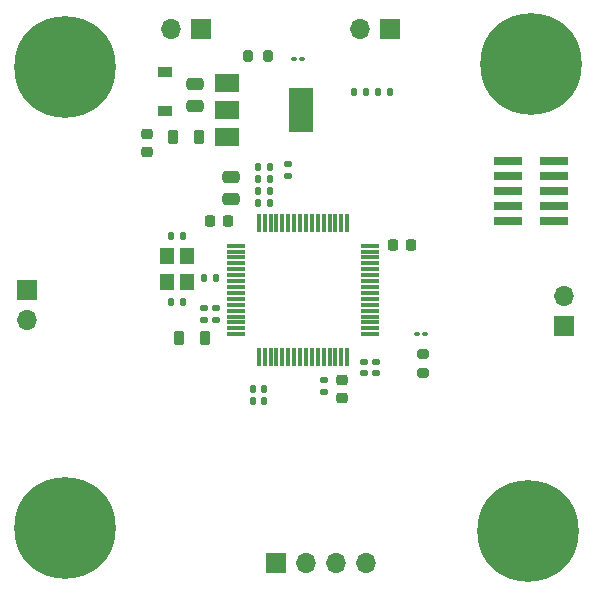
<source format=gbr>
%TF.GenerationSoftware,KiCad,Pcbnew,(6.0.1)*%
%TF.CreationDate,2022-05-08T06:10:33+05:45*%
%TF.ProjectId,STM32F4_Breakout,53544d33-3246-4345-9f42-7265616b6f75,rev?*%
%TF.SameCoordinates,Original*%
%TF.FileFunction,Soldermask,Top*%
%TF.FilePolarity,Negative*%
%FSLAX46Y46*%
G04 Gerber Fmt 4.6, Leading zero omitted, Abs format (unit mm)*
G04 Created by KiCad (PCBNEW (6.0.1)) date 2022-05-08 06:10:33*
%MOMM*%
%LPD*%
G01*
G04 APERTURE LIST*
G04 Aperture macros list*
%AMRoundRect*
0 Rectangle with rounded corners*
0 $1 Rounding radius*
0 $2 $3 $4 $5 $6 $7 $8 $9 X,Y pos of 4 corners*
0 Add a 4 corners polygon primitive as box body*
4,1,4,$2,$3,$4,$5,$6,$7,$8,$9,$2,$3,0*
0 Add four circle primitives for the rounded corners*
1,1,$1+$1,$2,$3*
1,1,$1+$1,$4,$5*
1,1,$1+$1,$6,$7*
1,1,$1+$1,$8,$9*
0 Add four rect primitives between the rounded corners*
20,1,$1+$1,$2,$3,$4,$5,0*
20,1,$1+$1,$4,$5,$6,$7,0*
20,1,$1+$1,$6,$7,$8,$9,0*
20,1,$1+$1,$8,$9,$2,$3,0*%
G04 Aperture macros list end*
%ADD10C,0.900000*%
%ADD11C,8.600000*%
%ADD12R,2.400000X0.740000*%
%ADD13RoundRect,0.225000X-0.250000X0.225000X-0.250000X-0.225000X0.250000X-0.225000X0.250000X0.225000X0*%
%ADD14RoundRect,0.140000X0.140000X0.170000X-0.140000X0.170000X-0.140000X-0.170000X0.140000X-0.170000X0*%
%ADD15R,1.200000X0.900000*%
%ADD16R,2.000000X1.500000*%
%ADD17R,2.000000X3.800000*%
%ADD18RoundRect,0.140000X-0.140000X-0.170000X0.140000X-0.170000X0.140000X0.170000X-0.140000X0.170000X0*%
%ADD19RoundRect,0.135000X0.135000X0.185000X-0.135000X0.185000X-0.135000X-0.185000X0.135000X-0.185000X0*%
%ADD20R,1.700000X1.700000*%
%ADD21O,1.700000X1.700000*%
%ADD22RoundRect,0.100000X0.130000X0.100000X-0.130000X0.100000X-0.130000X-0.100000X0.130000X-0.100000X0*%
%ADD23RoundRect,0.218750X-0.218750X-0.381250X0.218750X-0.381250X0.218750X0.381250X-0.218750X0.381250X0*%
%ADD24RoundRect,0.200000X-0.275000X0.200000X-0.275000X-0.200000X0.275000X-0.200000X0.275000X0.200000X0*%
%ADD25RoundRect,0.100000X-0.130000X-0.100000X0.130000X-0.100000X0.130000X0.100000X-0.130000X0.100000X0*%
%ADD26RoundRect,0.135000X0.185000X-0.135000X0.185000X0.135000X-0.185000X0.135000X-0.185000X-0.135000X0*%
%ADD27RoundRect,0.140000X-0.170000X0.140000X-0.170000X-0.140000X0.170000X-0.140000X0.170000X0.140000X0*%
%ADD28RoundRect,0.200000X0.200000X0.275000X-0.200000X0.275000X-0.200000X-0.275000X0.200000X-0.275000X0*%
%ADD29R,1.200000X1.400000*%
%ADD30RoundRect,0.140000X0.170000X-0.140000X0.170000X0.140000X-0.170000X0.140000X-0.170000X-0.140000X0*%
%ADD31RoundRect,0.225000X-0.225000X-0.250000X0.225000X-0.250000X0.225000X0.250000X-0.225000X0.250000X0*%
%ADD32RoundRect,0.250000X-0.475000X0.250000X-0.475000X-0.250000X0.475000X-0.250000X0.475000X0.250000X0*%
%ADD33RoundRect,0.250000X0.475000X-0.250000X0.475000X0.250000X-0.475000X0.250000X-0.475000X-0.250000X0*%
%ADD34RoundRect,0.135000X-0.135000X-0.185000X0.135000X-0.185000X0.135000X0.185000X-0.135000X0.185000X0*%
%ADD35RoundRect,0.135000X-0.185000X0.135000X-0.185000X-0.135000X0.185000X-0.135000X0.185000X0.135000X0*%
%ADD36RoundRect,0.218750X-0.256250X0.218750X-0.256250X-0.218750X0.256250X-0.218750X0.256250X0.218750X0*%
%ADD37RoundRect,0.225000X0.225000X0.250000X-0.225000X0.250000X-0.225000X-0.250000X0.225000X-0.250000X0*%
%ADD38RoundRect,0.075000X-0.700000X-0.075000X0.700000X-0.075000X0.700000X0.075000X-0.700000X0.075000X0*%
%ADD39RoundRect,0.075000X-0.075000X-0.700000X0.075000X-0.700000X0.075000X0.700000X-0.075000X0.700000X0*%
G04 APERTURE END LIST*
D10*
%TO.C,H3*%
X76733000Y-25296000D03*
X77677581Y-23015581D03*
X79958000Y-28521000D03*
X79958000Y-22071000D03*
X82238419Y-23015581D03*
X83183000Y-25296000D03*
X82238419Y-27576419D03*
X77677581Y-27576419D03*
D11*
X79928000Y-25246000D03*
%TD*%
D12*
%TO.C,J4*%
X78008000Y-33424000D03*
X81908000Y-33424000D03*
X78008000Y-34694000D03*
X81908000Y-34694000D03*
X78008000Y-35964000D03*
X81908000Y-35964000D03*
X78008000Y-37234000D03*
X81908000Y-37234000D03*
X78008000Y-38504000D03*
X81908000Y-38504000D03*
%TD*%
D11*
%TO.C,H1*%
X40500000Y-64500000D03*
D10*
X38053581Y-62385581D03*
X38053581Y-66946419D03*
X40334000Y-67891000D03*
X42614419Y-62385581D03*
X43559000Y-64666000D03*
X42614419Y-66946419D03*
X37109000Y-64666000D03*
X40334000Y-61441000D03*
%TD*%
D13*
%TO.C,C12*%
X63956000Y-51953000D03*
X63956000Y-53503000D03*
%TD*%
D14*
%TO.C,C17*%
X50466000Y-45362000D03*
X49506000Y-45362000D03*
%TD*%
D15*
%TO.C,D1*%
X48970000Y-29232000D03*
X48970000Y-25932000D03*
%TD*%
D16*
%TO.C,U1*%
X54202000Y-26806000D03*
X54202000Y-29106000D03*
D17*
X60502000Y-29106000D03*
D16*
X54202000Y-31406000D03*
%TD*%
D18*
%TO.C,C16*%
X49506000Y-39774000D03*
X50466000Y-39774000D03*
%TD*%
D19*
%TO.C,R2*%
X68022000Y-27582000D03*
X67002000Y-27582000D03*
%TD*%
D20*
%TO.C,J2*%
X37286000Y-44341000D03*
D21*
X37286000Y-46881000D03*
%TD*%
D22*
%TO.C,D3*%
X70986449Y-48096269D03*
X70346449Y-48096269D03*
%TD*%
D10*
%TO.C,H4*%
X77423581Y-66946419D03*
X81984419Y-62385581D03*
X81984419Y-66946419D03*
D11*
X79674000Y-64754000D03*
D10*
X79704000Y-61441000D03*
X77423581Y-62385581D03*
X79704000Y-67891000D03*
X82929000Y-64666000D03*
X76479000Y-64666000D03*
%TD*%
D23*
%TO.C,FB1*%
X49685500Y-31392000D03*
X51810500Y-31392000D03*
%TD*%
D24*
%TO.C,R7*%
X70784726Y-49731434D03*
X70784726Y-51381434D03*
%TD*%
D25*
%TO.C,D2*%
X59892000Y-24788000D03*
X60532000Y-24788000D03*
%TD*%
D26*
%TO.C,R4*%
X59384000Y-34696000D03*
X59384000Y-33676000D03*
%TD*%
D23*
%TO.C,FB2*%
X50193500Y-48410000D03*
X52318500Y-48410000D03*
%TD*%
D19*
%TO.C,R6*%
X53290000Y-43330000D03*
X52270000Y-43330000D03*
%TD*%
D27*
%TO.C,C11*%
X65782000Y-50422000D03*
X65782000Y-51382000D03*
%TD*%
D28*
%TO.C,R1*%
X57669000Y-24534000D03*
X56019000Y-24534000D03*
%TD*%
D29*
%TO.C,HSE1*%
X49136000Y-41468000D03*
X49136000Y-43668000D03*
X50836000Y-43668000D03*
X50836000Y-41468000D03*
%TD*%
D30*
%TO.C,C14*%
X52272000Y-46858000D03*
X52272000Y-45898000D03*
%TD*%
D31*
%TO.C,C13*%
X68261000Y-40536000D03*
X69811000Y-40536000D03*
%TD*%
D10*
%TO.C,H2*%
X40334000Y-22325000D03*
X43559000Y-25550000D03*
D11*
X40500000Y-25500000D03*
D10*
X38053581Y-23269581D03*
X40334000Y-28775000D03*
X38053581Y-27830419D03*
X37109000Y-25550000D03*
X42614419Y-27830419D03*
X42614419Y-23269581D03*
%TD*%
D18*
%TO.C,C7*%
X56872000Y-35964000D03*
X57832000Y-35964000D03*
%TD*%
D20*
%TO.C,J3*%
X58378000Y-67460000D03*
D21*
X60918000Y-67460000D03*
X63458000Y-67460000D03*
X65998000Y-67460000D03*
%TD*%
D32*
%TO.C,C1*%
X54558000Y-34760000D03*
X54558000Y-36660000D03*
%TD*%
D33*
%TO.C,C2*%
X51510000Y-28786000D03*
X51510000Y-26886000D03*
%TD*%
D30*
%TO.C,C15*%
X53288000Y-46858000D03*
X53288000Y-45898000D03*
%TD*%
D34*
%TO.C,R3*%
X64970000Y-27582000D03*
X65990000Y-27582000D03*
%TD*%
D35*
%TO.C,R5*%
X62432000Y-51966000D03*
X62432000Y-52986000D03*
%TD*%
D18*
%TO.C,C6*%
X56872000Y-36980000D03*
X57832000Y-36980000D03*
%TD*%
D20*
%TO.C,J5*%
X82752000Y-47399000D03*
D21*
X82752000Y-44859000D03*
%TD*%
D27*
%TO.C,C10*%
X66798000Y-50422000D03*
X66798000Y-51382000D03*
%TD*%
D20*
%TO.C,J6*%
X52023000Y-22248000D03*
D21*
X49483000Y-22248000D03*
%TD*%
D36*
%TO.C,F1*%
X47446000Y-31112500D03*
X47446000Y-32687500D03*
%TD*%
D18*
%TO.C,C9*%
X56872000Y-33932000D03*
X57832000Y-33932000D03*
%TD*%
D37*
%TO.C,C3*%
X54317000Y-38504000D03*
X52767000Y-38504000D03*
%TD*%
D14*
%TO.C,C5*%
X57352000Y-53744000D03*
X56392000Y-53744000D03*
%TD*%
%TO.C,C4*%
X57352000Y-52728000D03*
X56392000Y-52728000D03*
%TD*%
D38*
%TO.C,U2*%
X54979000Y-40596000D03*
X54979000Y-41096000D03*
X54979000Y-41596000D03*
X54979000Y-42096000D03*
X54979000Y-42596000D03*
X54979000Y-43096000D03*
X54979000Y-43596000D03*
X54979000Y-44096000D03*
X54979000Y-44596000D03*
X54979000Y-45096000D03*
X54979000Y-45596000D03*
X54979000Y-46096000D03*
X54979000Y-46596000D03*
X54979000Y-47096000D03*
X54979000Y-47596000D03*
X54979000Y-48096000D03*
D39*
X56904000Y-50021000D03*
X57404000Y-50021000D03*
X57904000Y-50021000D03*
X58404000Y-50021000D03*
X58904000Y-50021000D03*
X59404000Y-50021000D03*
X59904000Y-50021000D03*
X60404000Y-50021000D03*
X60904000Y-50021000D03*
X61404000Y-50021000D03*
X61904000Y-50021000D03*
X62404000Y-50021000D03*
X62904000Y-50021000D03*
X63404000Y-50021000D03*
X63904000Y-50021000D03*
X64404000Y-50021000D03*
D38*
X66329000Y-48096000D03*
X66329000Y-47596000D03*
X66329000Y-47096000D03*
X66329000Y-46596000D03*
X66329000Y-46096000D03*
X66329000Y-45596000D03*
X66329000Y-45096000D03*
X66329000Y-44596000D03*
X66329000Y-44096000D03*
X66329000Y-43596000D03*
X66329000Y-43096000D03*
X66329000Y-42596000D03*
X66329000Y-42096000D03*
X66329000Y-41596000D03*
X66329000Y-41096000D03*
X66329000Y-40596000D03*
D39*
X64404000Y-38671000D03*
X63904000Y-38671000D03*
X63404000Y-38671000D03*
X62904000Y-38671000D03*
X62404000Y-38671000D03*
X61904000Y-38671000D03*
X61404000Y-38671000D03*
X60904000Y-38671000D03*
X60404000Y-38671000D03*
X59904000Y-38671000D03*
X59404000Y-38671000D03*
X58904000Y-38671000D03*
X58404000Y-38671000D03*
X57904000Y-38671000D03*
X57404000Y-38671000D03*
X56904000Y-38671000D03*
%TD*%
D20*
%TO.C,J1*%
X68025000Y-22248000D03*
D21*
X65485000Y-22248000D03*
%TD*%
D18*
%TO.C,C8*%
X56872000Y-34948000D03*
X57832000Y-34948000D03*
%TD*%
M02*

</source>
